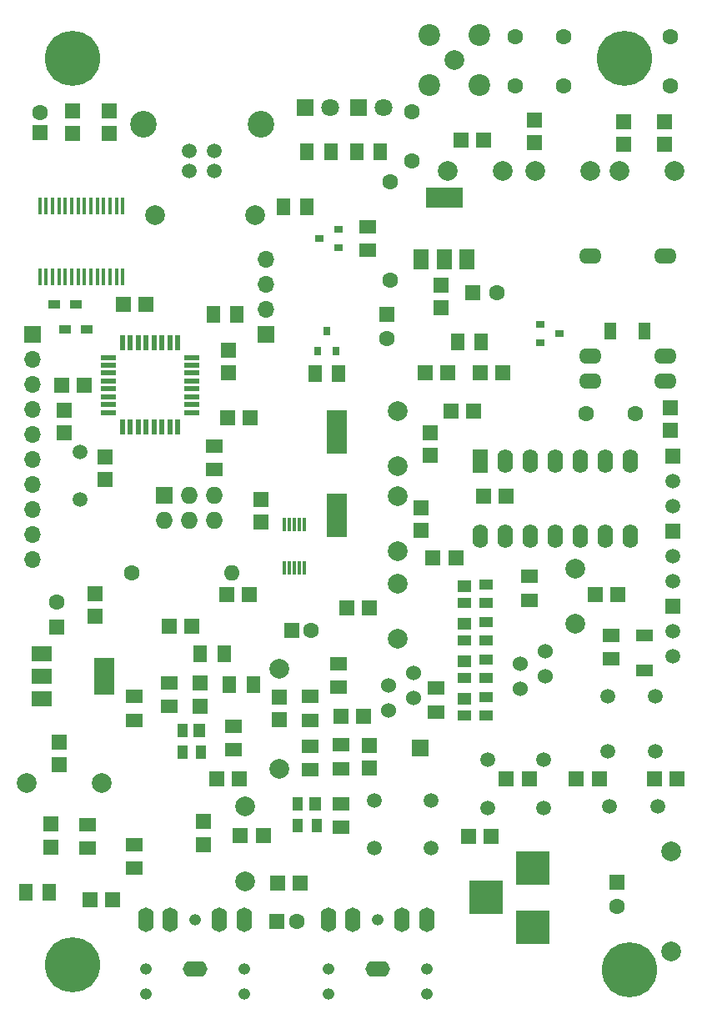
<source format=gts>
G04 #@! TF.FileFunction,Soldermask,Top*
%FSLAX46Y46*%
G04 Gerber Fmt 4.6, Leading zero omitted, Abs format (unit mm)*
G04 Created by KiCad (PCBNEW 4.0.7) date 09/18/22 11:46:45*
%MOMM*%
%LPD*%
G01*
G04 APERTURE LIST*
%ADD10C,0.100000*%
%ADD11R,3.800000X2.000000*%
%ADD12R,1.500000X2.000000*%
%ADD13R,1.600000X1.600000*%
%ADD14C,1.600000*%
%ADD15O,2.500000X1.600000*%
%ADD16O,1.200000X1.200000*%
%ADD17O,1.600000X2.500000*%
%ADD18R,1.600000X2.400000*%
%ADD19O,1.600000X2.400000*%
%ADD20R,1.700000X1.700000*%
%ADD21O,1.700000X1.700000*%
%ADD22C,5.600000*%
%ADD23R,0.800000X0.900000*%
%ADD24R,0.900000X0.800000*%
%ADD25R,1.700000X1.400000*%
%ADD26R,0.300000X1.400000*%
%ADD27R,2.000000X3.800000*%
%ADD28R,2.000000X1.500000*%
%ADD29R,1.600000X0.550000*%
%ADD30R,0.550000X1.600000*%
%ADD31R,2.000000X4.500000*%
%ADD32C,1.500000*%
%ADD33R,1.727200X1.727200*%
%ADD34O,1.727200X1.727200*%
%ADD35C,2.200000*%
%ADD36C,2.000000*%
%ADD37O,2.300000X1.600000*%
%ADD38R,1.400000X1.700000*%
%ADD39O,1.600000X1.600000*%
%ADD40R,1.200000X1.400000*%
%ADD41R,1.000000X1.400000*%
%ADD42C,1.998980*%
%ADD43R,1.700000X1.300000*%
%ADD44R,1.300000X1.700000*%
%ADD45C,1.520000*%
%ADD46R,1.520000X1.520000*%
%ADD47R,3.500120X3.500120*%
%ADD48C,2.700000*%
%ADD49R,0.450000X1.750000*%
%ADD50R,1.800000X1.800000*%
%ADD51C,1.800000*%
%ADD52R,1.200000X0.900000*%
%ADD53R,1.400000X1.200000*%
%ADD54R,1.400000X1.000000*%
%ADD55C,1.524000*%
G04 APERTURE END LIST*
D10*
D11*
X144700000Y-78125000D03*
D12*
X144700000Y-84425000D03*
X147000000Y-84425000D03*
X142400000Y-84425000D03*
D13*
X147600000Y-87775000D03*
D14*
X150100000Y-87775000D03*
D15*
X137922000Y-156464000D03*
D16*
X137922000Y-151464000D03*
D17*
X142922000Y-151464000D03*
X140422000Y-151464000D03*
X135422000Y-151464000D03*
X132922000Y-151464000D03*
D16*
X142922000Y-156464000D03*
X132922000Y-156464000D03*
X142922000Y-158964000D03*
X132922000Y-158964000D03*
D18*
X148336000Y-104902000D03*
D19*
X163576000Y-112522000D03*
X150876000Y-104902000D03*
X161036000Y-112522000D03*
X153416000Y-104902000D03*
X158496000Y-112522000D03*
X155956000Y-104902000D03*
X155956000Y-112522000D03*
X158496000Y-104902000D03*
X153416000Y-112522000D03*
X161036000Y-104902000D03*
X150876000Y-112522000D03*
X163576000Y-104902000D03*
X148336000Y-112522000D03*
D13*
X127740000Y-151630000D03*
D14*
X129740000Y-151630000D03*
D20*
X126575000Y-92025000D03*
D21*
X126575000Y-89485000D03*
X126575000Y-86945000D03*
X126575000Y-84405000D03*
D22*
X163500000Y-156500000D03*
X107000000Y-64000000D03*
X163000000Y-64000000D03*
D13*
X126100000Y-108750000D03*
X126100000Y-111050000D03*
X124950000Y-118475000D03*
X122650000Y-118475000D03*
X144350000Y-89325000D03*
X144350000Y-87025000D03*
X138925000Y-89950000D03*
D14*
X138925000Y-92450000D03*
D13*
X145050000Y-95900000D03*
X142750000Y-95900000D03*
X109250000Y-118325000D03*
X109250000Y-120625000D03*
X125000000Y-100525000D03*
X122700000Y-100525000D03*
X105870000Y-97160000D03*
X108170000Y-97160000D03*
X122800000Y-93650000D03*
X122800000Y-95950000D03*
X110300000Y-106775000D03*
X110300000Y-104475000D03*
X106125000Y-99750000D03*
X106125000Y-102050000D03*
D23*
X131850000Y-93700000D03*
X133750000Y-93700000D03*
X132800000Y-91700000D03*
D24*
X134000000Y-83250000D03*
X134000000Y-81350000D03*
X132000000Y-82300000D03*
D25*
X121350000Y-103350000D03*
X121350000Y-105750000D03*
D26*
X130500000Y-111300000D03*
X130000000Y-111300000D03*
X129500000Y-111300000D03*
X129000000Y-111300000D03*
X128500000Y-111300000D03*
X128500000Y-115700000D03*
X129000000Y-115700000D03*
X129500000Y-115700000D03*
X130000000Y-115700000D03*
X130500000Y-115700000D03*
D27*
X110150000Y-126750000D03*
D28*
X103850000Y-126750000D03*
X103850000Y-129050000D03*
X103850000Y-124450000D03*
D29*
X110600000Y-94350000D03*
X110600000Y-95150000D03*
X110600000Y-95950000D03*
X110600000Y-96750000D03*
X110600000Y-97550000D03*
X110600000Y-98350000D03*
X110600000Y-99150000D03*
X110600000Y-99950000D03*
D30*
X112050000Y-101400000D03*
X112850000Y-101400000D03*
X113650000Y-101400000D03*
X114450000Y-101400000D03*
X115250000Y-101400000D03*
X116050000Y-101400000D03*
X116850000Y-101400000D03*
X117650000Y-101400000D03*
D29*
X119100000Y-99950000D03*
X119100000Y-99150000D03*
X119100000Y-98350000D03*
X119100000Y-97550000D03*
X119100000Y-96750000D03*
X119100000Y-95950000D03*
X119100000Y-95150000D03*
X119100000Y-94350000D03*
D30*
X117650000Y-92900000D03*
X116850000Y-92900000D03*
X116050000Y-92900000D03*
X115250000Y-92900000D03*
X114450000Y-92900000D03*
X113650000Y-92900000D03*
X112850000Y-92900000D03*
X112050000Y-92900000D03*
D31*
X133800000Y-101900000D03*
X133800000Y-110400000D03*
D32*
X107725000Y-108825000D03*
X107725000Y-103945000D03*
D33*
X116300000Y-108400000D03*
D34*
X116300000Y-110940000D03*
X118840000Y-108400000D03*
X118840000Y-110940000D03*
X121380000Y-108400000D03*
X121380000Y-110940000D03*
D13*
X105600000Y-135750000D03*
X105600000Y-133450000D03*
X104800000Y-144050000D03*
X104800000Y-141750000D03*
X108750000Y-149400000D03*
X111050000Y-149400000D03*
D35*
X143185000Y-61610000D03*
X143185000Y-66690000D03*
X148265000Y-66690000D03*
X148265000Y-61610000D03*
D36*
X145725000Y-64150000D03*
D15*
X119380000Y-156464000D03*
D16*
X119380000Y-151464000D03*
D17*
X124380000Y-151464000D03*
X121880000Y-151464000D03*
X116880000Y-151464000D03*
X114380000Y-151464000D03*
D16*
X124380000Y-156464000D03*
X114380000Y-156464000D03*
X124380000Y-158964000D03*
X114380000Y-158964000D03*
D37*
X159512000Y-84074000D03*
X159512000Y-94234000D03*
X167132000Y-84074000D03*
X167132000Y-94234000D03*
X159512000Y-96774000D03*
X167132000Y-96774000D03*
D24*
X154448000Y-90998000D03*
X154448000Y-92898000D03*
X156448000Y-91948000D03*
D25*
X108500000Y-141800000D03*
X108500000Y-144200000D03*
X113200000Y-143800000D03*
X113200000Y-146200000D03*
D38*
X104600000Y-148700000D03*
X102200000Y-148700000D03*
D14*
X113000000Y-116250000D03*
D39*
X123160000Y-116250000D03*
D40*
X119870000Y-132200000D03*
D41*
X118150000Y-132200000D03*
X118150000Y-134400000D03*
X120050000Y-134400000D03*
D25*
X113240000Y-131200000D03*
X113240000Y-128800000D03*
X123300000Y-134200000D03*
X123300000Y-131800000D03*
D13*
X119900000Y-129750000D03*
X119900000Y-127450000D03*
D42*
X167775000Y-154701260D03*
X167775000Y-144541260D03*
D38*
X119958000Y-124460000D03*
X122358000Y-124460000D03*
D25*
X116800000Y-129800000D03*
X116800000Y-127400000D03*
D13*
X143256000Y-104274000D03*
X143256000Y-101974000D03*
X142350000Y-111925000D03*
X142350000Y-109625000D03*
X145875000Y-114725000D03*
X143575000Y-114725000D03*
X162350000Y-118450000D03*
X160050000Y-118450000D03*
X151010000Y-108458000D03*
X148710000Y-108458000D03*
X148375000Y-95925000D03*
X150675000Y-95925000D03*
X167640000Y-99434000D03*
X167640000Y-101734000D03*
D43*
X165050000Y-122600000D03*
X165050000Y-126100000D03*
D44*
X165072000Y-91694000D03*
X161572000Y-91694000D03*
D42*
X157988000Y-121412000D03*
X157988000Y-115824000D03*
D45*
X167894000Y-122174000D03*
X167894000Y-124714000D03*
D46*
X167894000Y-119634000D03*
D45*
X167894000Y-106934000D03*
X167894000Y-109474000D03*
D46*
X167894000Y-104394000D03*
D38*
X148475000Y-92750000D03*
X146075000Y-92750000D03*
D47*
X153670000Y-146199860D03*
X153670000Y-152199340D03*
X148971000Y-149199600D03*
D25*
X161675000Y-122575000D03*
X161675000Y-124975000D03*
D13*
X112150000Y-89000000D03*
X114450000Y-89000000D03*
X103700000Y-71500000D03*
D14*
X103700000Y-69500000D03*
D42*
X125501260Y-79900000D03*
X115341260Y-79900000D03*
D13*
X106975000Y-69300000D03*
X106975000Y-71600000D03*
X110700000Y-69300000D03*
X110700000Y-71600000D03*
D45*
X118860000Y-75400000D03*
X121400000Y-75400000D03*
X121400000Y-73400000D03*
X118860000Y-73400000D03*
D48*
X114130000Y-70700000D03*
X126130000Y-70700000D03*
D49*
X103625000Y-86200000D03*
X104275000Y-86200000D03*
X104925000Y-86200000D03*
X105575000Y-86200000D03*
X106225000Y-86200000D03*
X106875000Y-86200000D03*
X107525000Y-86200000D03*
X108175000Y-86200000D03*
X108825000Y-86200000D03*
X109475000Y-86200000D03*
X110125000Y-86200000D03*
X110775000Y-86200000D03*
X111425000Y-86200000D03*
X112075000Y-86200000D03*
X112075000Y-79000000D03*
X111425000Y-79000000D03*
X110775000Y-79000000D03*
X110125000Y-79000000D03*
X109475000Y-79000000D03*
X108825000Y-79000000D03*
X108175000Y-79000000D03*
X107525000Y-79000000D03*
X106875000Y-79000000D03*
X106225000Y-79000000D03*
X105575000Y-79000000D03*
X104925000Y-79000000D03*
X104275000Y-79000000D03*
X103625000Y-79000000D03*
D13*
X162250000Y-147625000D03*
D14*
X162250000Y-150125000D03*
D13*
X105400000Y-121725000D03*
D14*
X105400000Y-119225000D03*
D45*
X167894000Y-114554000D03*
X167894000Y-117094000D03*
D46*
X167894000Y-112014000D03*
D38*
X128400000Y-79100000D03*
X130800000Y-79100000D03*
X123650000Y-90025000D03*
X121250000Y-90025000D03*
D25*
X136900000Y-83500000D03*
X136900000Y-81100000D03*
D38*
X131600000Y-96000000D03*
X134000000Y-96000000D03*
D14*
X141400000Y-74425000D03*
X141400000Y-69425000D03*
X151892000Y-66802000D03*
X151892000Y-61802000D03*
X156800000Y-66800000D03*
X156800000Y-61800000D03*
X167640000Y-66802000D03*
X167640000Y-61802000D03*
X139200000Y-86550000D03*
X139200000Y-76550000D03*
D50*
X130600000Y-69000000D03*
D51*
X133140000Y-69000000D03*
D38*
X130800000Y-73500000D03*
X133200000Y-73500000D03*
D14*
X164084000Y-100076000D03*
X159084000Y-100076000D03*
D50*
X136000000Y-69000000D03*
D51*
X138540000Y-69000000D03*
D38*
X135800000Y-73500000D03*
X138200000Y-73500000D03*
D52*
X108400000Y-91500000D03*
X106200000Y-91500000D03*
X107325000Y-88950000D03*
X105125000Y-88950000D03*
D13*
X121590000Y-137160000D03*
X123890000Y-137160000D03*
X119075000Y-121625000D03*
X116775000Y-121625000D03*
X128000000Y-131150000D03*
X128000000Y-128850000D03*
D42*
X139954000Y-108458000D03*
X139954000Y-114046000D03*
X139954000Y-117348000D03*
X139954000Y-122936000D03*
X139954000Y-99822000D03*
X139954000Y-105410000D03*
D13*
X145408000Y-99822000D03*
X147708000Y-99822000D03*
D42*
X145058000Y-75446000D03*
X150646000Y-75446000D03*
X153924000Y-75438000D03*
X159512000Y-75438000D03*
X162533000Y-75446000D03*
X168121000Y-75446000D03*
D13*
X137150000Y-119775000D03*
X134850000Y-119775000D03*
X136520000Y-130760000D03*
X134220000Y-130760000D03*
X168375000Y-137150000D03*
X166075000Y-137150000D03*
X160450000Y-137150000D03*
X158150000Y-137150000D03*
X153325000Y-137150000D03*
X151025000Y-137150000D03*
X130090000Y-147720000D03*
X127790000Y-147720000D03*
X149490000Y-142950000D03*
X147190000Y-142950000D03*
X120300000Y-143800000D03*
X120300000Y-141500000D03*
X129200000Y-122100000D03*
D14*
X131200000Y-122100000D03*
D13*
X124025000Y-142925000D03*
X126325000Y-142925000D03*
X137100000Y-133750000D03*
X137100000Y-136050000D03*
D53*
X146728000Y-117578000D03*
D54*
X146728000Y-119298000D03*
X148928000Y-119298000D03*
X148928000Y-117398000D03*
D53*
X146728000Y-121388000D03*
D54*
X146728000Y-123108000D03*
X148928000Y-123108000D03*
X148928000Y-121208000D03*
D53*
X146728000Y-125198000D03*
D54*
X146728000Y-126918000D03*
X148928000Y-126918000D03*
X148928000Y-125018000D03*
D53*
X146728000Y-129008000D03*
D54*
X146728000Y-130728000D03*
X148928000Y-130728000D03*
X148928000Y-128828000D03*
D40*
X131570000Y-139700000D03*
D41*
X129850000Y-139700000D03*
X129850000Y-141900000D03*
X131750000Y-141900000D03*
D25*
X153325000Y-116600000D03*
X153325000Y-119000000D03*
X143900000Y-130340000D03*
X143900000Y-127940000D03*
X133950000Y-125425000D03*
X133950000Y-127825000D03*
X131100000Y-128800000D03*
X131100000Y-131200000D03*
X134200000Y-142100000D03*
X134200000Y-139700000D03*
D38*
X122900000Y-127600000D03*
X125300000Y-127600000D03*
D25*
X134200000Y-136100000D03*
X134200000Y-133700000D03*
D32*
X161290000Y-134366000D03*
X166170000Y-134366000D03*
X161290000Y-128778000D03*
X166170000Y-128778000D03*
X166370000Y-139954000D03*
X161490000Y-139954000D03*
X154800000Y-140090000D03*
X154800000Y-135210000D03*
X149170000Y-135210000D03*
X149170000Y-140090000D03*
X137620000Y-144210000D03*
X137620000Y-139330000D03*
X143410000Y-144210000D03*
X143410000Y-139330000D03*
D55*
X152460000Y-128010000D03*
X155000000Y-126740000D03*
X152460000Y-125470000D03*
X155000000Y-124200000D03*
X139020000Y-130230000D03*
X141560000Y-128960000D03*
X139020000Y-127690000D03*
X141560000Y-126420000D03*
D22*
X107000000Y-156000000D03*
D42*
X128000000Y-125998740D03*
X128000000Y-136158740D03*
X124480000Y-147540000D03*
X124480000Y-139920000D03*
X102300000Y-137580000D03*
X109920000Y-137580000D03*
D25*
X131100000Y-133850000D03*
X131100000Y-136250000D03*
D20*
X102875000Y-92000000D03*
D21*
X102875000Y-94540000D03*
X102875000Y-97080000D03*
X102875000Y-99620000D03*
X102875000Y-102160000D03*
X102875000Y-104700000D03*
X102875000Y-107240000D03*
X102875000Y-109780000D03*
X102875000Y-112320000D03*
X102875000Y-114860000D03*
D13*
X148750000Y-72300000D03*
X146450000Y-72300000D03*
X162900000Y-70450000D03*
X162900000Y-72750000D03*
X167100000Y-70450000D03*
X167100000Y-72750000D03*
X153900000Y-70250000D03*
X153900000Y-72550000D03*
D20*
X142250000Y-134000000D03*
M02*

</source>
